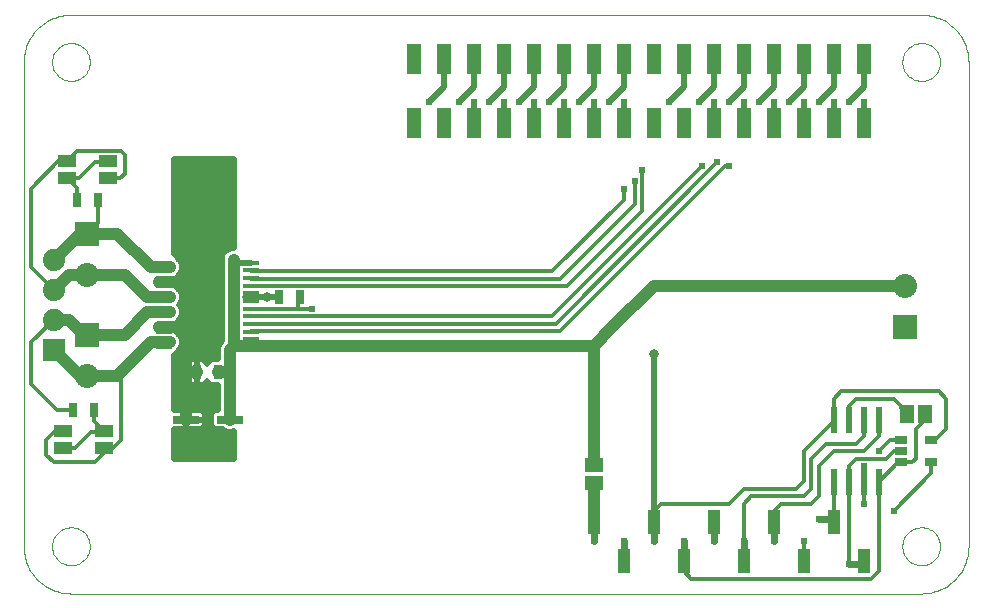
<source format=gtl>
G75*
G70*
%OFA0B0*%
%FSLAX24Y24*%
%IPPOS*%
%LPD*%
%AMOC8*
5,1,8,0,0,1.08239X$1,22.5*
%
%ADD10R,0.0500X0.1000*%
%ADD11R,0.0394X0.0787*%
%ADD12C,0.0000*%
%ADD13R,0.0390X0.0272*%
%ADD14R,0.0240X0.0870*%
%ADD15R,0.0460X0.0630*%
%ADD16R,0.0550X0.0137*%
%ADD17R,0.0800X0.0800*%
%ADD18C,0.0800*%
%ADD19R,0.0740X0.0740*%
%ADD20C,0.0740*%
%ADD21R,0.0630X0.0460*%
%ADD22R,0.0315X0.0472*%
%ADD23R,0.0866X0.0256*%
%ADD24R,0.0591X0.0394*%
%ADD25C,0.0238*%
%ADD26C,0.0240*%
%ADD27C,0.0120*%
%ADD28C,0.0200*%
%ADD29C,0.0317*%
%ADD30C,0.0400*%
D10*
X018418Y016175D03*
X019418Y016175D03*
X020418Y016175D03*
X021418Y016175D03*
X022418Y016175D03*
X023418Y016175D03*
X024418Y016175D03*
X025418Y016175D03*
X026418Y016175D03*
X027418Y016175D03*
X028418Y016175D03*
X029418Y016175D03*
X030418Y016175D03*
X031418Y016175D03*
X032418Y016175D03*
X033418Y016175D03*
X033418Y018325D03*
X032418Y018325D03*
X031418Y018325D03*
X030418Y018325D03*
X029418Y018325D03*
X028418Y018325D03*
X027418Y018325D03*
X026418Y018325D03*
X025418Y018325D03*
X024418Y018325D03*
X023418Y018325D03*
X022418Y018325D03*
X021418Y018325D03*
X020418Y018325D03*
X019418Y018325D03*
X018418Y018325D03*
D11*
X024418Y002900D03*
X026418Y002900D03*
X028418Y002900D03*
X030418Y002900D03*
X032418Y002900D03*
X031418Y001600D03*
X029418Y001600D03*
X027418Y001600D03*
X025418Y001600D03*
X033418Y001600D03*
D12*
X005418Y002075D02*
X005418Y018217D01*
X006363Y018217D02*
X006365Y018267D01*
X006371Y018317D01*
X006381Y018366D01*
X006395Y018414D01*
X006412Y018461D01*
X006433Y018506D01*
X006458Y018550D01*
X006486Y018591D01*
X006518Y018630D01*
X006552Y018667D01*
X006589Y018701D01*
X006629Y018731D01*
X006671Y018758D01*
X006715Y018782D01*
X006761Y018803D01*
X006808Y018819D01*
X006856Y018832D01*
X006906Y018841D01*
X006955Y018846D01*
X007006Y018847D01*
X007056Y018844D01*
X007105Y018837D01*
X007154Y018826D01*
X007202Y018811D01*
X007248Y018793D01*
X007293Y018771D01*
X007336Y018745D01*
X007377Y018716D01*
X007416Y018684D01*
X007452Y018649D01*
X007484Y018611D01*
X007514Y018571D01*
X007541Y018528D01*
X007564Y018484D01*
X007583Y018438D01*
X007599Y018390D01*
X007611Y018341D01*
X007619Y018292D01*
X007623Y018242D01*
X007623Y018192D01*
X007619Y018142D01*
X007611Y018093D01*
X007599Y018044D01*
X007583Y017996D01*
X007564Y017950D01*
X007541Y017906D01*
X007514Y017863D01*
X007484Y017823D01*
X007452Y017785D01*
X007416Y017750D01*
X007377Y017718D01*
X007336Y017689D01*
X007293Y017663D01*
X007248Y017641D01*
X007202Y017623D01*
X007154Y017608D01*
X007105Y017597D01*
X007056Y017590D01*
X007006Y017587D01*
X006955Y017588D01*
X006906Y017593D01*
X006856Y017602D01*
X006808Y017615D01*
X006761Y017631D01*
X006715Y017652D01*
X006671Y017676D01*
X006629Y017703D01*
X006589Y017733D01*
X006552Y017767D01*
X006518Y017804D01*
X006486Y017843D01*
X006458Y017884D01*
X006433Y017928D01*
X006412Y017973D01*
X006395Y018020D01*
X006381Y018068D01*
X006371Y018117D01*
X006365Y018167D01*
X006363Y018217D01*
X005418Y018217D02*
X005420Y018294D01*
X005426Y018371D01*
X005435Y018448D01*
X005448Y018524D01*
X005465Y018600D01*
X005486Y018674D01*
X005510Y018748D01*
X005538Y018820D01*
X005569Y018890D01*
X005604Y018959D01*
X005642Y019027D01*
X005683Y019092D01*
X005728Y019155D01*
X005776Y019216D01*
X005826Y019275D01*
X005879Y019331D01*
X005935Y019384D01*
X005994Y019434D01*
X006055Y019482D01*
X006118Y019527D01*
X006183Y019568D01*
X006251Y019606D01*
X006320Y019641D01*
X006390Y019672D01*
X006462Y019700D01*
X006536Y019724D01*
X006610Y019745D01*
X006686Y019762D01*
X006762Y019775D01*
X006839Y019784D01*
X006916Y019790D01*
X006993Y019792D01*
X006993Y019791D02*
X035339Y019791D01*
X034709Y018217D02*
X034711Y018267D01*
X034717Y018317D01*
X034727Y018366D01*
X034741Y018414D01*
X034758Y018461D01*
X034779Y018506D01*
X034804Y018550D01*
X034832Y018591D01*
X034864Y018630D01*
X034898Y018667D01*
X034935Y018701D01*
X034975Y018731D01*
X035017Y018758D01*
X035061Y018782D01*
X035107Y018803D01*
X035154Y018819D01*
X035202Y018832D01*
X035252Y018841D01*
X035301Y018846D01*
X035352Y018847D01*
X035402Y018844D01*
X035451Y018837D01*
X035500Y018826D01*
X035548Y018811D01*
X035594Y018793D01*
X035639Y018771D01*
X035682Y018745D01*
X035723Y018716D01*
X035762Y018684D01*
X035798Y018649D01*
X035830Y018611D01*
X035860Y018571D01*
X035887Y018528D01*
X035910Y018484D01*
X035929Y018438D01*
X035945Y018390D01*
X035957Y018341D01*
X035965Y018292D01*
X035969Y018242D01*
X035969Y018192D01*
X035965Y018142D01*
X035957Y018093D01*
X035945Y018044D01*
X035929Y017996D01*
X035910Y017950D01*
X035887Y017906D01*
X035860Y017863D01*
X035830Y017823D01*
X035798Y017785D01*
X035762Y017750D01*
X035723Y017718D01*
X035682Y017689D01*
X035639Y017663D01*
X035594Y017641D01*
X035548Y017623D01*
X035500Y017608D01*
X035451Y017597D01*
X035402Y017590D01*
X035352Y017587D01*
X035301Y017588D01*
X035252Y017593D01*
X035202Y017602D01*
X035154Y017615D01*
X035107Y017631D01*
X035061Y017652D01*
X035017Y017676D01*
X034975Y017703D01*
X034935Y017733D01*
X034898Y017767D01*
X034864Y017804D01*
X034832Y017843D01*
X034804Y017884D01*
X034779Y017928D01*
X034758Y017973D01*
X034741Y018020D01*
X034727Y018068D01*
X034717Y018117D01*
X034711Y018167D01*
X034709Y018217D01*
X035339Y019792D02*
X035416Y019790D01*
X035493Y019784D01*
X035570Y019775D01*
X035646Y019762D01*
X035722Y019745D01*
X035796Y019724D01*
X035870Y019700D01*
X035942Y019672D01*
X036012Y019641D01*
X036081Y019606D01*
X036149Y019568D01*
X036214Y019527D01*
X036277Y019482D01*
X036338Y019434D01*
X036397Y019384D01*
X036453Y019331D01*
X036506Y019275D01*
X036556Y019216D01*
X036604Y019155D01*
X036649Y019092D01*
X036690Y019027D01*
X036728Y018959D01*
X036763Y018890D01*
X036794Y018820D01*
X036822Y018748D01*
X036846Y018674D01*
X036867Y018600D01*
X036884Y018524D01*
X036897Y018448D01*
X036906Y018371D01*
X036912Y018294D01*
X036914Y018217D01*
X036914Y002075D01*
X034709Y002075D02*
X034711Y002125D01*
X034717Y002175D01*
X034727Y002224D01*
X034741Y002272D01*
X034758Y002319D01*
X034779Y002364D01*
X034804Y002408D01*
X034832Y002449D01*
X034864Y002488D01*
X034898Y002525D01*
X034935Y002559D01*
X034975Y002589D01*
X035017Y002616D01*
X035061Y002640D01*
X035107Y002661D01*
X035154Y002677D01*
X035202Y002690D01*
X035252Y002699D01*
X035301Y002704D01*
X035352Y002705D01*
X035402Y002702D01*
X035451Y002695D01*
X035500Y002684D01*
X035548Y002669D01*
X035594Y002651D01*
X035639Y002629D01*
X035682Y002603D01*
X035723Y002574D01*
X035762Y002542D01*
X035798Y002507D01*
X035830Y002469D01*
X035860Y002429D01*
X035887Y002386D01*
X035910Y002342D01*
X035929Y002296D01*
X035945Y002248D01*
X035957Y002199D01*
X035965Y002150D01*
X035969Y002100D01*
X035969Y002050D01*
X035965Y002000D01*
X035957Y001951D01*
X035945Y001902D01*
X035929Y001854D01*
X035910Y001808D01*
X035887Y001764D01*
X035860Y001721D01*
X035830Y001681D01*
X035798Y001643D01*
X035762Y001608D01*
X035723Y001576D01*
X035682Y001547D01*
X035639Y001521D01*
X035594Y001499D01*
X035548Y001481D01*
X035500Y001466D01*
X035451Y001455D01*
X035402Y001448D01*
X035352Y001445D01*
X035301Y001446D01*
X035252Y001451D01*
X035202Y001460D01*
X035154Y001473D01*
X035107Y001489D01*
X035061Y001510D01*
X035017Y001534D01*
X034975Y001561D01*
X034935Y001591D01*
X034898Y001625D01*
X034864Y001662D01*
X034832Y001701D01*
X034804Y001742D01*
X034779Y001786D01*
X034758Y001831D01*
X034741Y001878D01*
X034727Y001926D01*
X034717Y001975D01*
X034711Y002025D01*
X034709Y002075D01*
X035339Y000500D02*
X035416Y000502D01*
X035493Y000508D01*
X035570Y000517D01*
X035646Y000530D01*
X035722Y000547D01*
X035796Y000568D01*
X035870Y000592D01*
X035942Y000620D01*
X036012Y000651D01*
X036081Y000686D01*
X036149Y000724D01*
X036214Y000765D01*
X036277Y000810D01*
X036338Y000858D01*
X036397Y000908D01*
X036453Y000961D01*
X036506Y001017D01*
X036556Y001076D01*
X036604Y001137D01*
X036649Y001200D01*
X036690Y001265D01*
X036728Y001333D01*
X036763Y001402D01*
X036794Y001472D01*
X036822Y001544D01*
X036846Y001618D01*
X036867Y001692D01*
X036884Y001768D01*
X036897Y001844D01*
X036906Y001921D01*
X036912Y001998D01*
X036914Y002075D01*
X035339Y000500D02*
X006993Y000500D01*
X006363Y002075D02*
X006365Y002125D01*
X006371Y002175D01*
X006381Y002224D01*
X006395Y002272D01*
X006412Y002319D01*
X006433Y002364D01*
X006458Y002408D01*
X006486Y002449D01*
X006518Y002488D01*
X006552Y002525D01*
X006589Y002559D01*
X006629Y002589D01*
X006671Y002616D01*
X006715Y002640D01*
X006761Y002661D01*
X006808Y002677D01*
X006856Y002690D01*
X006906Y002699D01*
X006955Y002704D01*
X007006Y002705D01*
X007056Y002702D01*
X007105Y002695D01*
X007154Y002684D01*
X007202Y002669D01*
X007248Y002651D01*
X007293Y002629D01*
X007336Y002603D01*
X007377Y002574D01*
X007416Y002542D01*
X007452Y002507D01*
X007484Y002469D01*
X007514Y002429D01*
X007541Y002386D01*
X007564Y002342D01*
X007583Y002296D01*
X007599Y002248D01*
X007611Y002199D01*
X007619Y002150D01*
X007623Y002100D01*
X007623Y002050D01*
X007619Y002000D01*
X007611Y001951D01*
X007599Y001902D01*
X007583Y001854D01*
X007564Y001808D01*
X007541Y001764D01*
X007514Y001721D01*
X007484Y001681D01*
X007452Y001643D01*
X007416Y001608D01*
X007377Y001576D01*
X007336Y001547D01*
X007293Y001521D01*
X007248Y001499D01*
X007202Y001481D01*
X007154Y001466D01*
X007105Y001455D01*
X007056Y001448D01*
X007006Y001445D01*
X006955Y001446D01*
X006906Y001451D01*
X006856Y001460D01*
X006808Y001473D01*
X006761Y001489D01*
X006715Y001510D01*
X006671Y001534D01*
X006629Y001561D01*
X006589Y001591D01*
X006552Y001625D01*
X006518Y001662D01*
X006486Y001701D01*
X006458Y001742D01*
X006433Y001786D01*
X006412Y001831D01*
X006395Y001878D01*
X006381Y001926D01*
X006371Y001975D01*
X006365Y002025D01*
X006363Y002075D01*
X005418Y002075D02*
X005420Y001998D01*
X005426Y001921D01*
X005435Y001844D01*
X005448Y001768D01*
X005465Y001692D01*
X005486Y001618D01*
X005510Y001544D01*
X005538Y001472D01*
X005569Y001402D01*
X005604Y001333D01*
X005642Y001265D01*
X005683Y001200D01*
X005728Y001137D01*
X005776Y001076D01*
X005826Y001017D01*
X005879Y000961D01*
X005935Y000908D01*
X005994Y000858D01*
X006055Y000810D01*
X006118Y000765D01*
X006183Y000724D01*
X006251Y000686D01*
X006320Y000651D01*
X006390Y000620D01*
X006462Y000592D01*
X006536Y000568D01*
X006610Y000547D01*
X006686Y000530D01*
X006762Y000517D01*
X006839Y000508D01*
X006916Y000502D01*
X006993Y000500D01*
D13*
X034660Y004876D03*
X034660Y005250D03*
X034660Y005624D03*
X035680Y005624D03*
X035680Y004876D03*
D14*
X033918Y004220D03*
X033418Y004220D03*
X032918Y004220D03*
X032418Y004220D03*
X032418Y006280D03*
X032918Y006280D03*
X033418Y006280D03*
X033918Y006280D03*
D15*
X034868Y006500D03*
X035468Y006500D03*
D16*
X012982Y008718D03*
X012982Y008973D03*
X012982Y009229D03*
X012982Y009485D03*
X012982Y009741D03*
X012982Y009997D03*
X012982Y010253D03*
X012982Y010509D03*
X012982Y010765D03*
X012982Y011021D03*
X012982Y011277D03*
X012982Y011532D03*
X010104Y011532D03*
X010104Y011277D03*
X010104Y011021D03*
X010104Y010765D03*
X010104Y010509D03*
X010104Y010253D03*
X010104Y009997D03*
X010104Y009741D03*
X010104Y009485D03*
X010104Y009229D03*
X010104Y008973D03*
X010104Y008718D03*
D17*
X007543Y009125D03*
X007543Y012500D03*
X034793Y009375D03*
D18*
X034793Y010753D03*
X007543Y011122D03*
X007543Y007747D03*
D19*
X006418Y008625D03*
D20*
X006418Y009625D03*
X006418Y010625D03*
X006418Y011625D03*
D21*
X024418Y004800D03*
X024418Y004200D03*
D22*
X011897Y007875D03*
X011189Y007875D03*
X007772Y006625D03*
X007064Y006625D03*
X013939Y010375D03*
X014647Y010375D03*
X007897Y013625D03*
X007189Y013625D03*
D23*
X010834Y006296D03*
X012291Y006296D03*
D24*
X008107Y005901D03*
X008107Y005349D03*
X006729Y005349D03*
X006729Y005901D03*
X006854Y014349D03*
X006854Y014901D03*
X008232Y014901D03*
X008232Y014349D03*
D25*
X015043Y010000D03*
X025418Y014000D03*
X025793Y014250D03*
X026043Y014625D03*
X028043Y014750D03*
X028543Y014875D03*
X028918Y014750D03*
X028918Y016875D03*
X028418Y016875D03*
X027918Y016875D03*
X026918Y016875D03*
X025418Y016875D03*
X024918Y016875D03*
X024418Y016875D03*
X023918Y016875D03*
X023418Y016875D03*
X022918Y016875D03*
X022418Y016875D03*
X021918Y016875D03*
X021418Y016875D03*
X020918Y016875D03*
X020418Y016875D03*
X019918Y016875D03*
X018918Y016875D03*
X029418Y016875D03*
X029918Y016875D03*
X030418Y016875D03*
X030918Y016875D03*
X031418Y016875D03*
X031918Y016875D03*
X032418Y016875D03*
X032918Y016875D03*
X033418Y016875D03*
X033918Y005250D03*
X033418Y004750D03*
X033418Y003500D03*
X034418Y003250D03*
X031918Y003000D03*
X031418Y002250D03*
X030418Y002250D03*
X029418Y002250D03*
X028418Y002250D03*
X027418Y002250D03*
X026418Y002250D03*
X025418Y002250D03*
X024418Y002250D03*
X032918Y001500D03*
D26*
X033318Y001500D01*
X033418Y001600D01*
X032418Y002900D02*
X032318Y003000D01*
X031918Y003000D01*
X030418Y002900D02*
X030418Y002250D01*
X029418Y002250D02*
X029418Y001600D01*
X028418Y002250D02*
X028418Y002900D01*
X027418Y002250D02*
X027418Y001600D01*
X026418Y002250D02*
X026418Y002900D01*
X025418Y002250D02*
X025418Y001600D01*
X024418Y002250D02*
X024418Y002900D01*
D27*
X026418Y002900D02*
X026418Y003250D01*
X026668Y003500D01*
X028918Y003500D01*
X029418Y004000D01*
X031168Y004000D01*
X031418Y004250D01*
X031418Y005250D01*
X032418Y006250D01*
X032418Y006280D01*
X032418Y007000D01*
X032668Y007250D01*
X035918Y007250D01*
X036168Y007000D01*
X036168Y006000D01*
X035792Y005624D01*
X035680Y005624D01*
X035168Y006000D02*
X035168Y005000D01*
X035044Y004876D01*
X034660Y004876D01*
X034574Y004876D01*
X033918Y004220D01*
X033918Y001250D01*
X033668Y001000D01*
X027668Y001000D01*
X027418Y001250D01*
X027418Y001600D01*
X029418Y002250D02*
X029418Y003500D01*
X029668Y003750D01*
X031418Y003750D01*
X031668Y004000D01*
X031668Y005000D01*
X032168Y005500D01*
X033168Y005500D01*
X033418Y005750D01*
X033418Y006000D01*
X033418Y006280D01*
X033918Y006280D02*
X033918Y005750D01*
X033418Y005250D01*
X032418Y005250D01*
X031918Y004750D01*
X031918Y003750D01*
X031668Y003500D01*
X030668Y003500D01*
X030418Y003250D01*
X030418Y002900D01*
X031418Y002250D02*
X031418Y001600D01*
X032918Y001500D02*
X032918Y004220D01*
X032918Y004750D01*
X033168Y005000D01*
X034168Y005000D01*
X034418Y005250D01*
X034660Y005250D01*
X034660Y005624D02*
X034292Y005624D01*
X033918Y005250D01*
X033418Y004750D02*
X033418Y004220D01*
X033418Y003500D01*
X034418Y003250D02*
X035680Y004512D01*
X035680Y004876D01*
X035168Y006000D02*
X035468Y006300D01*
X035468Y006500D01*
X034868Y006500D02*
X034668Y006700D01*
X034668Y006750D01*
X034418Y007000D01*
X033168Y007000D01*
X032918Y006750D01*
X032918Y006280D01*
X032418Y004220D02*
X032418Y002900D01*
X023293Y009250D02*
X013003Y009250D01*
X012982Y009229D01*
X012982Y009485D02*
X012997Y009500D01*
X023168Y009500D01*
X028543Y014875D01*
X028793Y014750D02*
X023293Y009250D01*
X023043Y009750D02*
X012991Y009750D01*
X012982Y009741D01*
X012991Y009750D01*
X012982Y009997D02*
X014543Y009999D01*
X014647Y010375D01*
X014543Y009999D02*
X015043Y010000D01*
X012982Y010253D02*
X012918Y010375D01*
X012982Y010253D02*
X012982Y010509D01*
X012997Y010750D02*
X012982Y010765D01*
X012997Y010750D01*
X023543Y010750D01*
X026043Y013250D01*
X026043Y014625D01*
X025793Y014250D02*
X025793Y013500D01*
X023293Y011000D01*
X013003Y011000D01*
X012982Y011021D01*
X013009Y011250D02*
X012982Y011277D01*
X013009Y011250D02*
X023043Y011250D01*
X025418Y013625D01*
X025418Y014000D01*
X028043Y014750D02*
X023043Y009750D01*
X012982Y008973D02*
X012982Y008718D01*
X012951Y008718D01*
X012918Y008750D01*
X010293Y008875D02*
X010104Y008718D01*
X010293Y008875D02*
X010104Y008973D01*
X010104Y009229D02*
X009918Y009375D01*
X010104Y009485D01*
X010104Y009741D02*
X010293Y009875D01*
X010104Y009997D01*
X010104Y010253D02*
X010293Y010375D01*
X010104Y010509D01*
X010104Y010765D02*
X009918Y011000D01*
X010104Y011021D01*
X009918Y010875D01*
X010104Y011277D02*
X010104Y011532D01*
X010293Y011375D01*
X007897Y012854D02*
X007543Y012500D01*
X007897Y012854D02*
X007897Y013625D01*
X007189Y013625D02*
X007189Y014015D01*
X006854Y014349D01*
X007268Y014349D01*
X007793Y014875D01*
X008206Y014875D01*
X008232Y014901D01*
X008668Y015250D02*
X007204Y015250D01*
X006854Y014901D01*
X006569Y014901D01*
X005668Y014000D01*
X005668Y011375D01*
X006418Y010625D01*
X006418Y009625D02*
X005668Y008875D01*
X005668Y007500D01*
X006543Y006625D01*
X007064Y006625D01*
X007772Y006625D02*
X007772Y006235D01*
X008107Y005901D01*
X008081Y005875D01*
X007668Y005875D01*
X007143Y005349D01*
X006729Y005349D01*
X006418Y004875D02*
X006168Y005125D01*
X006168Y005625D01*
X006418Y005875D01*
X006704Y005875D01*
X006729Y005901D01*
X008107Y005349D02*
X008393Y005349D01*
X008668Y005625D01*
X008668Y007619D01*
X008540Y007747D01*
X008107Y005349D02*
X008107Y005189D01*
X007793Y004875D01*
X006418Y004875D01*
X008232Y014349D02*
X008643Y014349D01*
X008793Y014500D01*
X008793Y015125D01*
X008668Y015250D01*
X028793Y014750D02*
X028918Y014750D01*
D28*
X028418Y016175D02*
X028418Y016875D01*
X028918Y016875D02*
X029418Y017375D01*
X029418Y018325D01*
X028418Y018325D02*
X028418Y017375D01*
X027918Y016875D01*
X027418Y017375D02*
X026918Y016875D01*
X027418Y017375D02*
X027418Y018325D01*
X025418Y018325D02*
X025418Y017375D01*
X024918Y016875D01*
X024418Y016875D02*
X024418Y016175D01*
X023418Y016175D02*
X023418Y016875D01*
X023918Y016875D02*
X024418Y017375D01*
X024418Y018325D01*
X023418Y018325D02*
X023418Y017375D01*
X022918Y016875D01*
X022418Y016875D02*
X022418Y016175D01*
X021418Y016175D02*
X021418Y016875D01*
X021418Y017375D02*
X020918Y016875D01*
X020418Y016875D02*
X020418Y016175D01*
X019918Y016875D02*
X020418Y017375D01*
X020418Y018325D01*
X019418Y018325D02*
X019418Y017375D01*
X018918Y016875D01*
X021418Y017375D02*
X021418Y018325D01*
X022418Y018325D02*
X022418Y017375D01*
X021918Y016875D01*
X025418Y016875D02*
X025418Y016175D01*
X029418Y016175D02*
X029418Y016875D01*
X029918Y016875D02*
X030418Y017375D01*
X030418Y018325D01*
X031418Y018325D02*
X031418Y017375D01*
X030918Y016875D01*
X031418Y016875D02*
X031418Y016175D01*
X032418Y016175D02*
X032418Y016875D01*
X032418Y017375D02*
X031918Y016875D01*
X032418Y017375D02*
X032418Y018325D01*
X033418Y018325D02*
X033418Y017375D01*
X032918Y016875D01*
X033418Y016875D02*
X033418Y016175D01*
X030418Y016175D02*
X030418Y016875D01*
X013939Y010375D02*
X013543Y010375D01*
X012918Y010375D01*
X012793Y010375D01*
X012018Y010425D02*
X010693Y010425D01*
X010693Y010455D02*
X010632Y010602D01*
X010579Y010655D01*
X010579Y010660D01*
X010577Y010662D01*
X010579Y010670D01*
X010579Y010765D01*
X010579Y010860D01*
X010570Y010893D01*
X010579Y010926D01*
X010579Y011021D01*
X010579Y011095D01*
X010632Y011148D01*
X010693Y011295D01*
X010693Y011455D01*
X010632Y011602D01*
X010579Y011655D01*
X010579Y011684D01*
X010462Y011801D01*
X010418Y011801D01*
X010418Y015000D01*
X012418Y015000D01*
X012418Y012025D01*
X012339Y012025D01*
X012192Y011964D01*
X012079Y011852D01*
X012018Y011705D01*
X012018Y008916D01*
X011952Y008850D01*
X011891Y008703D01*
X011891Y008311D01*
X011657Y008311D01*
X011540Y008194D01*
X011540Y008161D01*
X011533Y008188D01*
X011506Y008234D01*
X011469Y008271D01*
X011423Y008298D01*
X011373Y008311D01*
X011189Y008311D01*
X011189Y007875D01*
X011189Y007875D01*
X011189Y007439D01*
X011373Y007439D01*
X011423Y007452D01*
X011469Y007479D01*
X011506Y007516D01*
X011533Y007562D01*
X011540Y007589D01*
X011540Y007556D01*
X011657Y007439D01*
X011891Y007439D01*
X011891Y006624D01*
X011775Y006624D01*
X011658Y006507D01*
X011658Y006085D01*
X011775Y005968D01*
X012053Y005968D01*
X012065Y005957D01*
X012212Y005896D01*
X012371Y005896D01*
X012418Y005916D01*
X012418Y005000D01*
X010418Y005000D01*
X010418Y005968D01*
X010834Y005968D01*
X010834Y006296D01*
X010834Y006296D01*
X010834Y005968D01*
X011294Y005968D01*
X011345Y005982D01*
X011390Y006008D01*
X011428Y006046D01*
X011454Y006091D01*
X011468Y006142D01*
X011468Y006296D01*
X010834Y006296D01*
X010834Y006624D01*
X010418Y006624D01*
X010418Y008449D01*
X010462Y008449D01*
X010579Y008566D01*
X010579Y008595D01*
X010632Y008648D01*
X010693Y008795D01*
X010693Y008955D01*
X010632Y009102D01*
X010579Y009155D01*
X010579Y009229D01*
X010483Y009229D01*
X010483Y009229D01*
X010579Y009229D01*
X010579Y009324D01*
X010570Y009357D01*
X010579Y009390D01*
X010579Y009485D01*
X010474Y009485D01*
X010474Y009485D01*
X010579Y009485D01*
X010579Y009580D01*
X010577Y009588D01*
X010579Y009590D01*
X010579Y009595D01*
X010632Y009648D01*
X010693Y009795D01*
X010693Y009955D01*
X010632Y010102D01*
X010609Y010125D01*
X010632Y010148D01*
X010693Y010295D01*
X010693Y010455D01*
X010610Y010624D02*
X012018Y010624D01*
X012018Y010822D02*
X010579Y010822D01*
X010579Y010765D02*
X010474Y010765D01*
X010474Y010765D01*
X010579Y010765D01*
X010579Y011021D02*
X012018Y011021D01*
X012018Y011219D02*
X010661Y011219D01*
X010693Y011418D02*
X012018Y011418D01*
X012018Y011616D02*
X010618Y011616D01*
X010418Y011815D02*
X012064Y011815D01*
X012310Y012013D02*
X010418Y012013D01*
X010418Y012212D02*
X012418Y012212D01*
X012418Y012410D02*
X010418Y012410D01*
X010418Y012609D02*
X012418Y012609D01*
X012418Y012807D02*
X010418Y012807D01*
X010418Y013006D02*
X012418Y013006D01*
X012418Y013204D02*
X010418Y013204D01*
X010418Y013403D02*
X012418Y013403D01*
X012418Y013601D02*
X010418Y013601D01*
X010418Y013800D02*
X012418Y013800D01*
X012418Y013998D02*
X010418Y013998D01*
X010418Y014197D02*
X012418Y014197D01*
X012418Y014395D02*
X010418Y014395D01*
X010418Y014594D02*
X012418Y014594D01*
X012418Y014792D02*
X010418Y014792D01*
X010418Y014991D02*
X012418Y014991D01*
X012418Y011625D02*
X012511Y011532D01*
X012982Y011532D01*
X012018Y010227D02*
X010665Y010227D01*
X010663Y010028D02*
X012018Y010028D01*
X012018Y009830D02*
X010693Y009830D01*
X010615Y009631D02*
X012018Y009631D01*
X012018Y009433D02*
X010579Y009433D01*
X010579Y009234D02*
X012018Y009234D01*
X012018Y009036D02*
X010660Y009036D01*
X010693Y008837D02*
X011947Y008837D01*
X011891Y008639D02*
X010622Y008639D01*
X010418Y008440D02*
X011891Y008440D01*
X011587Y008242D02*
X011499Y008242D01*
X011189Y008242D02*
X011189Y008242D01*
X011189Y008311D02*
X011005Y008311D01*
X010954Y008298D01*
X010908Y008271D01*
X010871Y008234D01*
X010845Y008188D01*
X010831Y008138D01*
X010831Y007875D01*
X010831Y007612D01*
X010845Y007562D01*
X010871Y007516D01*
X010908Y007479D01*
X010954Y007452D01*
X011005Y007439D01*
X011189Y007439D01*
X011189Y007875D01*
X011189Y007875D01*
X011189Y008311D01*
X011189Y008043D02*
X011189Y008043D01*
X011189Y007875D02*
X010831Y007875D01*
X011189Y007875D01*
X011189Y007875D01*
X011189Y007845D02*
X011189Y007845D01*
X011189Y007646D02*
X011189Y007646D01*
X011189Y007448D02*
X011189Y007448D01*
X011405Y007448D02*
X011648Y007448D01*
X011891Y007249D02*
X010418Y007249D01*
X010418Y007051D02*
X011891Y007051D01*
X011891Y006852D02*
X010418Y006852D01*
X010418Y006654D02*
X011891Y006654D01*
X011658Y006455D02*
X011466Y006455D01*
X011468Y006451D02*
X011454Y006501D01*
X011428Y006547D01*
X011390Y006584D01*
X011345Y006611D01*
X011294Y006624D01*
X010834Y006624D01*
X010834Y006296D01*
X010834Y006296D01*
X010834Y006296D01*
X011468Y006296D01*
X011468Y006451D01*
X011468Y006257D02*
X011658Y006257D01*
X011686Y006058D02*
X011435Y006058D01*
X010834Y006058D02*
X010834Y006058D01*
X010834Y006257D02*
X010834Y006257D01*
X010834Y006455D02*
X010834Y006455D01*
X010418Y005860D02*
X012418Y005860D01*
X012418Y005661D02*
X010418Y005661D01*
X010418Y005463D02*
X012418Y005463D01*
X012418Y005264D02*
X010418Y005264D01*
X010418Y005066D02*
X012418Y005066D01*
X010972Y007448D02*
X010418Y007448D01*
X010418Y007646D02*
X010831Y007646D01*
X010831Y007845D02*
X010418Y007845D01*
X010418Y008043D02*
X010831Y008043D01*
X010879Y008242D02*
X010418Y008242D01*
X010483Y011021D02*
X010483Y011021D01*
X010579Y011021D01*
X010483Y011021D01*
X026418Y008500D02*
X026418Y003250D01*
D29*
X026418Y008500D03*
X013543Y010375D03*
X011543Y010125D03*
X011543Y009625D03*
X010668Y009375D03*
X011543Y009125D03*
X011543Y008625D03*
X011543Y010625D03*
X011543Y011125D03*
X010668Y010875D03*
X011543Y011625D03*
X011543Y012125D03*
X011543Y012625D03*
X011543Y013125D03*
X011543Y013625D03*
D30*
X009668Y011375D02*
X008543Y012500D01*
X007543Y012500D01*
X007293Y012500D01*
X006418Y011625D01*
X006915Y011122D02*
X006418Y010625D01*
X006915Y011122D02*
X007543Y011122D01*
X008796Y011122D01*
X009543Y010375D01*
X010293Y010375D01*
X010293Y009875D02*
X009543Y009875D01*
X008793Y009125D01*
X007543Y009125D01*
X007418Y009125D01*
X006918Y009625D01*
X006418Y009625D01*
X006418Y008625D02*
X007296Y007747D01*
X007543Y007747D01*
X008540Y007747D01*
X009668Y008875D01*
X010293Y008875D01*
X010668Y009375D02*
X010834Y009209D01*
X010834Y007875D01*
X011189Y007875D01*
X010834Y007875D02*
X010834Y006296D01*
X012291Y006296D02*
X012291Y007875D01*
X011897Y007875D01*
X012291Y007875D02*
X012291Y008623D01*
X012481Y008813D01*
X012543Y008750D01*
X012793Y008750D01*
X012918Y008750D01*
X024418Y008750D01*
X025043Y009375D01*
X026421Y010753D01*
X034793Y010753D01*
X024418Y008750D02*
X024418Y004800D01*
X024418Y004200D02*
X024418Y002900D01*
X012481Y008813D02*
X012418Y008875D01*
X012418Y011375D01*
X012418Y011625D01*
X010668Y010875D02*
X009918Y010875D01*
X009668Y011375D02*
X010293Y011375D01*
X010668Y009375D02*
X009918Y009375D01*
M02*

</source>
